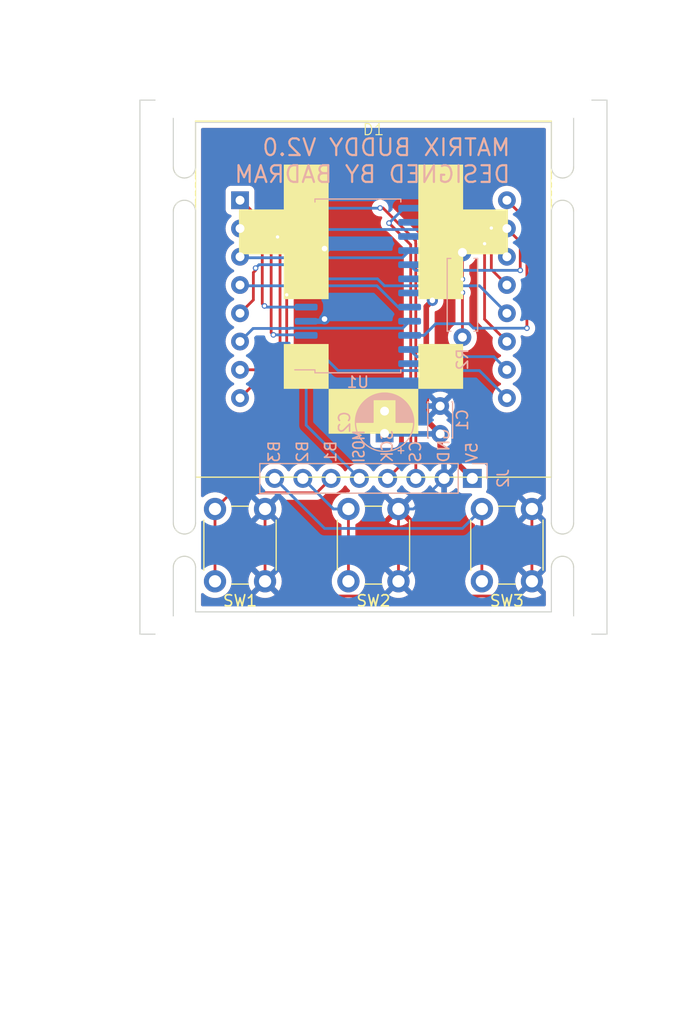
<source format=kicad_pcb>
(kicad_pcb (version 20221018) (generator pcbnew)
  (layers (0 "F.Cu" signal) (31 "B.Cu" signal) (34 "B.Paste" user) (35 "F.Paste" user) (36 "B.SilkS" user "B.Silkscreen") (37 "F.SilkS" user "F.Silkscreen") (38 "B.Mask" user) (39 "F.Mask" user) (44 "Edge.Cuts" user))
  (net 0 "")
  (net 1 "+5V")
  (net 2 "Earth")
  (net 3 "ROW5")
  (net 4 "ROW7")
  (net 5 "COL2")
  (net 6 "COL3")
  (net 7 "ROW8")
  (net 8 "COL5")
  (net 9 "ROW6")
  (net 10 "ROW3")
  (net 11 "ROW1")
  (net 12 "COL4")
  (net 13 "COL6")
  (net 14 "ROW4")
  (net 15 "COL1")
  (net 16 "ROW2")
  (net 17 "COL7")
  (net 18 "COL8")
  (net 19 "Net-(J2-Pin_3)")
  (net 20 "Net-(J2-Pin_4)")
  (net 21 "Net-(J2-Pin_5)")
  (net 22 "Net-(J2-Pin_6)")
  (net 23 "Net-(J2-Pin_7)")
  (net 24 "Net-(J2-Pin_8)")
  (net 25 "Net-(U1-ISET)")
  (footprint "MountingHole:MountingHole_3.2mm_M3" (layer "F.Cu") (at 96 111)
    (fp_text reference "REF**" hide)
    (fp_text value "MountingHole_3.2mm_M3" hide)
    (pad "" np_thru_hole circle (at 0 0) (size 3.2 3.2) (drill 3.2) (layers "F&B.Cu" "*.Mask"))
  )
  (footprint "My_Footprints:mouse-bite-2mm-slot" (layer "F.Cu") (at 97 71 90)
    (fp_text reference "mouse-bite-2mm-slot" hide)
    (fp_text value "VAL**" hide)
    (fp_arc (start -2 -1) (mid -1 0) (end -2 1) (stroke (width 0.1)) (layer "F.SilkS"))
    (fp_arc (start 2 1) (mid 1 0) (end 2 -1) (stroke (width 0.1)) (layer "F.SilkS"))
    (pad "" np_thru_hole circle (at -0.75 -0.75 90) (size 0.5 0.5) (drill 0.5) (layers "*.Cu" "*.Mask"))
    (pad "" np_thru_hole circle (at -0.75 0.75 90) (size 0.5 0.5) (drill 0.5) (layers "*.Cu" "*.Mask"))
    (pad "" np_thru_hole circle (at 0 -0.75 90) (size 0.5 0.5) (drill 0.5) (layers "*.Cu" "*.Mask"))
    (pad "" np_thru_hole circle (at 0 0.75 90) (size 0.5 0.5) (drill 0.5) (layers "*.Cu" "*.Mask"))
    (pad "" np_thru_hole circle (at 0.75 -0.75 90) (size 0.5 0.5) (drill 0.5) (layers "*.Cu" "*.Mask"))
    (pad "" np_thru_hole circle (at 0.75 0.75 90) (size 0.5 0.5) (drill 0.5) (layers "*.Cu" "*.Mask"))
  )
  (footprint "MountingHole:MountingHole_3.2mm_M3" (layer "F.Cu") (at 132 63)
    (fp_text reference "REF**" hide)
    (fp_text value "MountingHole_3.2mm_M3")
    (pad "" np_thru_hole circle (at 0 0) (size 3.2 3.2) (drill 3.2) (layers "*.Cu" "*.Mask"))
  )
  (footprint "LOGO" (layer "F.Cu") (at 114 80.89)
    (fp_text reference "G***" hide)
    (fp_text value "LOGO" hide)
    (fp_poly (pts (xy -4.031746 -6.047619) (xy -4.031746 0) (xy -6.047619 0) (xy -8.063492 0) (xy -8.063492 -2.015873) (xy -8.063492 -4.031746) (xy -10.079365 -4.031746) (xy -12.095238 -4.031746) (xy -12.095238 -6.047619) (xy -12.095238 -8.063492) (xy -10.079365 -8.063492) (xy -8.063492 -8.063492) (xy -8.063492 -10.079365) (xy -8.063492 -12.095238) (xy -6.047619 -12.095238) (xy -4.031746 -12.095238)) (fill solid) (layer "F.SilkS"))
    (fp_poly (pts (xy 8.063492 -10.079365) (xy 8.063492 -8.063492) (xy 10.079365 -8.063492) (xy 12.095238 -8.063492) (xy 12.095238 -6.047619) (xy 12.095238 -4.031746) (xy 10.079365 -4.031746) (xy 8.063492 -4.031746) (xy 8.063492 -2.015873) (xy 8.063492 0) (xy 6.047619 0) (xy 4.031746 0) (xy 4.031746 -6.047619) (xy 4.031746 -12.095238) (xy 6.047619 -12.095238) (xy 8.063492 -12.095238)) (fill solid) (layer "F.SilkS"))
    (fp_poly (pts (xy -4.031746 6.047619) (xy -4.031746 8.063492) (xy 0 8.063492) (xy 4.031746 8.063492) (xy 4.031746 6.047619) (xy 4.031746 4.031746) (xy 6.047619 4.031746) (xy 8.063492 4.031746) (xy 8.063492 6.047619) (xy 8.063492 8.063492) (xy 6.047619 8.063492) (xy 4.031746 8.063492) (xy 4.031746 10.079365) (xy 4.031746 12.095238) (xy 0 12.095238) (xy -4.031746 12.095238) (xy -4.031746 10.079365) (xy -4.031746 8.063492) (xy -6.047619 8.063492) (xy -8.063492 8.063492) (xy -8.063492 6.047619) (xy -8.063492 4.031746) (xy -6.047619 4.031746) (xy -4.031746 4.031746)) (fill solid) (layer "F.SilkS"))
  )
  (footprint "Button_Switch_THT:SW_PUSH_6mm" (layer "F.Cu") (at 111.75 106.25 90)
    (fp_text reference "SW2" (at -1.75 2.25 180) (layer "F.SilkS"))
    (fp_text value "SW_Push")
    (fp_line (start -0.25 1.5) (end -0.25 3) (stroke (width 0.12)) (layer "F.SilkS"))
    (fp_line (start 1 5.5) (end 5.5 5.5) (stroke (width 0.12)) (layer "F.SilkS"))
    (fp_line (start 5.5 -1) (end 1 -1) (stroke (width 0.12)) (layer "F.SilkS"))
    (fp_line (start 6.75 3) (end 6.75 1.5) (stroke (width 0.12)) (layer "F.SilkS"))
    (pad "1" thru_hole circle (at 0 0 180) (size 2 2) (drill 1.1) (layers "*.Cu" "*.Mask") (net 23 "Net-(J2-Pin_7)"))
    (pad "1" thru_hole circle (at 6.5 0 180) (size 2 2) (drill 1.1) (layers "*.Cu" "*.Mask") (net 23 "Net-(J2-Pin_7)"))
    (pad "2" thru_hole circle (at 0 4.5 180) (size 2 2) (drill 1.1) (layers "*.Cu" "*.Mask") (net 2 "Earth"))
    (pad "2" thru_hole circle (at 6.5 4.5 180) (size 2 2) (drill 1.1) (layers "*.Cu" "*.Mask") (net 2 "Earth"))
  )
  (footprint "My_Footprints:mouse-bite-2mm-slot" (layer "F.Cu") (at 131 103 90)
    (fp_text reference "mouse-bite-2mm-slot" hide)
    (fp_text value "VAL**" hide)
    (fp_arc (start -2 -1) (mid -1 0) (end -2 1) (stroke (width 0.1)) (layer "F.SilkS"))
    (fp_arc (start 2 1) (mid 1 0) (end 2 -1) (stroke (width 0.1)) (layer "F.SilkS"))
    (pad "" np_thru_hole circle (at -0.75 -0.75 90) (size 0.5 0.5) (drill 0.5) (layers "F&B.Cu" "*.Mask"))
    (pad "" np_thru_hole circle (at -0.75 0.75 90) (size 0.5 0.5) (drill 0.5) (layers "F&B.Cu" "*.Mask"))
    (pad "" np_thru_hole circle (at 0 -0.75 90) (size 0.5 0.5) (drill 0.5) (layers "F&B.Cu" "*.Mask"))
    (pad "" np_thru_hole circle (at 0 0.75 90) (size 0.5 0.5) (drill 0.5) (layers "F&B.Cu" "*.Mask"))
    (pad "" np_thru_hole circle (at 0.75 -0.75 90) (size 0.5 0.5) (drill 0.5) (layers "F&B.Cu" "*.Mask"))
    (pad "" np_thru_hole circle (at 0.75 0.75 90) (size 0.5 0.5) (drill 0.5) (layers "F&B.Cu" "*.Mask"))
  )
  (footprint "My_Footprints:mouse-bite-2mm-slot" (layer "F.Cu") (at 97 103 90)
    (fp_text reference "mouse-bite-2mm-slot" hide)
    (fp_text value "VAL**" hide)
    (fp_arc (start -2 -1) (mid -1 0) (end -2 1) (stroke (width 0.1)) (layer "F.SilkS"))
    (fp_arc (start 2 1) (mid 1 0) (end 2 -1) (stroke (width 0.1)) (layer "F.SilkS"))
    (pad "" np_thru_hole circle (at -0.75 -0.75 90) (size 0.5 0.5) (drill 0.5) (layers "F&B.Cu" "*.Mask"))
    (pad "" np_thru_hole circle (at -0.75 0.75 90) (size 0.5 0.5) (drill 0.5) (layers "F&B.Cu" "*.Mask"))
    (pad "" np_thru_hole circle (at 0 -0.75 90) (size 0.5 0.5) (drill 0.5) (layers "F&B.Cu" "*.Mask"))
    (pad "" np_thru_hole circle (at 0 0.75 90) (size 0.5 0.5) (drill 0.5) (layers "F&B.Cu" "*.Mask"))
    (pad "" np_thru_hole circle (at 0.75 -0.75 90) (size 0.5 0.5) (drill 0.5) (layers "F&B.Cu" "*.Mask"))
    (pad "" np_thru_hole circle (at 0.75 0.75 90) (size 0.5 0.5) (drill 0.5) (layers "F&B.Cu" "*.Mask"))
  )
  (footprint "Button_Switch_THT:SW_PUSH_6mm" (layer "F.Cu") (at 99.75 106.25 90)
    (fp_text reference "SW1" (at -1.75 2.25 180) (layer "F.SilkS"))
    (fp_text value "SW_Push")
    (fp_line (start -0.25 1.5) (end -0.25 3) (stroke (width 0.12)) (layer "F.SilkS"))
    (fp_line (start 1 5.5) (end 5.5 5.5) (stroke (width 0.12)) (layer "F.SilkS"))
    (fp_line (start 5.5 -1) (end 1 -1) (stroke (width 0.12)) (layer "F.SilkS"))
    (fp_line (start 6.75 3) (end 6.75 1.5) (stroke (width 0.12)) (layer "F.SilkS"))
    (pad "1" thru_hole circle (at 0 0 180) (size 2 2) (drill 1.1) (layers "*.Cu" "*.Mask") (net 22 "Net-(J2-Pin_6)"))
    (pad "1" thru_hole circle (at 6.5 0 180) (size 2 2) (drill 1.1) (layers "*.Cu" "*.Mask") (net 22 "Net-(J2-Pin_6)"))
    (pad "2" thru_hole circle (at 0 4.5 180) (size 2 2) (drill 1.1) (layers "*.Cu" "*.Mask") (net 2 "Earth"))
    (pad "2" thru_hole circle (at 6.5 4.5 180) (size 2 2) (drill 1.1) (layers "*.Cu" "*.Mask") (net 2 "Earth"))
  )
  (footprint "Button_Switch_THT:SW_PUSH_6mm" (layer "F.Cu") (at 123.75 106.25 90)
    (fp_text reference "SW3" (at -1.75 2.25 180) (layer "F.SilkS"))
    (fp_text value "SW_Push")
    (fp_line (start -0.25 1.5) (end -0.25 3) (stroke (width 0.12)) (layer "F.SilkS"))
    (fp_line (start 1 5.5) (end 5.5 5.5) (stroke (width 0.12)) (layer "F.SilkS"))
    (fp_line (start 5.5 -1) (end 1 -1) (stroke (width 0.12)) (layer "F.SilkS"))
    (fp_line (start 6.75 3) (end 6.75 1.5) (stroke (width 0.12)) (layer "F.SilkS"))
    (pad "1" thru_hole circle (at 0 0 180) (size 2 2) (drill 1.1) (layers "*.Cu" "*.Mask") (net 24 "Net-(J2-Pin_8)"))
    (pad "1" thru_hole circle (at 6.5 0 180) (size 2 2) (drill 1.1) (layers "*.Cu" "*.Mask") (net 24 "Net-(J2-Pin_8)"))
    (pad "2" thru_hole circle (at 0 4.5 180) (size 2 2) (drill 1.1) (layers "*.Cu" "*.Mask") (net 2 "Earth"))
    (pad "2" thru_hole circle (at 6.5 4.5 180) (size 2 2) (drill 1.1) (layers "*.Cu" "*.Mask") (net 2 "Earth"))
  )
  (footprint "My_Footprints:mouse-bite-2mm-slot" (layer "F.Cu") (at 131 71 90)
    (fp_text reference "mouse-bite-2mm-slot" hide)
    (fp_text value "VAL**" hide)
    (fp_arc (start -2 -1) (mid -1 0) (end -2 1) (stroke (width 0.1)) (layer "F.SilkS"))
    (fp_arc (start 2 1) (mid 1 0) (end 2 -1) (stroke (width 0.1)) (layer "F.SilkS"))
    (pad "" np_thru_hole circle (at -0.75 -0.75 90) (size 0.5 0.5) (drill 0.5) (layers "*.Cu" "*.Mask"))
    (pad "" np_thru_hole circle (at -0.75 0.75 90) (size 0.5 0.5) (drill 0.5) (layers "*.Cu" "*.Mask"))
    (pad "" np_thru_hole circle (at 0 -0.75 90) (size 0.5 0.5) (drill 0.5) (layers "*.Cu" "*.Mask"))
    (pad "" np_thru_hole circle (at 0 0.75 90) (size 0.5 0.5) (drill 0.5) (layers "*.Cu" "*.Mask"))
    (pad "" np_thru_hole circle (at 0.75 -0.75 90) (size 0.5 0.5) (drill 0.5) (layers "*.Cu" "*.Mask"))
    (pad "" np_thru_hole circle (at 0.75 0.75 90) (size 0.5 0.5) (drill 0.5) (layers "*.Cu" "*.Mask"))
  )
  (footprint "PCM_kikit:Tab" (layer "F.Cu") (at 124 64.5 -90)
    (fp_text reference "REF**" hide)
    (fp_text value "Tab")
  )
  (footprint "PCM_kikit:Tab" (layer "F.Cu") (at 104 64.5 -90)
    (fp_text reference "REF**" hide)
    (fp_text value "Tab")
  )
  (footprint "My_Footprints:8x8 LED Matrix" (layer "F.Cu") (at 114 80.89)
    (fp_text reference "D1" (at 0 -15.24 unlocked) (layer "F.SilkS") (effects (font (thickness 0.1))))
    (fp_text value "~")
    (fp_line (start -16 -16) (end -16 16) (stroke (width 0.12)) (layer "F.SilkS"))
    (fp_line (start -16 16) (end 16 16) (stroke (width 0.12)) (layer "F.SilkS"))
    (fp_line (start 16 -16) (end -16 -16) (stroke (width 0.12)) (layer "F.SilkS"))
    (fp_line (start 16 16) (end 16 -16) (stroke (width 0.12)) (layer "F.SilkS"))
    (pad "1" thru_hole rect (at -12 -8.89) (size 1.6 1.6) (drill 0.8) (layers "*.Cu" "*.Mask") (net 3 "ROW5"))
    (pad "2" thru_hole oval (at -12 -6.35) (size 1.6 1.6) (drill 0.8) (layers "*.Cu" "*.Mask") (net 4 "ROW7"))
    (pad "3" thru_hole oval (at -12 -3.81) (size 1.6 1.6) (drill 0.8) (layers "*.Cu" "*.Mask") (net 5 "COL2"))
    (pad "4" thru_hole oval (at -12 -1.27) (size 1.6 1.6) (drill 0.8) (layers "*.Cu" "*.Mask") (net 6 "COL3"))
    (pad "5" thru_hole oval (at -12 1.27) (size 1.6 1.6) (drill 0.8) (layers "*.Cu" "*.Mask") (net 7 "ROW8"))
    (pad "6" thru_hole oval (at -12 3.81) (size 1.6 1.6) (drill 0.8) (layers "*.Cu" "*.Mask") (net 8 "COL5"))
    (pad "7" thru_hole oval (at -12 6.35) (size 1.6 1.6) (drill 0.8) (layers "*.Cu" "*.Mask") (net 9 "ROW6"))
    (pad "8" thru_hole oval (at -12 8.89) (size 1.6 1.6) (drill 0.8) (layers "*.Cu" "*.Mask") (net 10 "ROW3"))
    (pad "9" thru_hole oval (at 12 8.89) (size 1.6 1.6) (drill 0.8) (layers "*.Cu" "*.Mask") (net 11 "ROW1"))
    (pad "10" thru_hole oval (at 12 6.35) (size 1.6 1.6) (drill 0.8) (layers "*.Cu" "*.Mask") (net 12 "COL4"))
    (pad "11" thru_hole oval (at 12 3.81) (size 1.6 1.6) (drill 0.8) (layers "*.Cu" "*.Mask") (net 13 "COL6"))
    (pad "12" thru_hole oval (at 12 1.27) (size 1.6 1.6) (drill 0.8) (layers "*.Cu" "*.Mask") (net 14 "ROW4"))
    (pad "13" thru_hole oval (at 12 -1.27) (size 1.6 1.6) (drill 0.8) (layers "*.Cu" "*.Mask") (net 15 "COL1"))
    (pad "14" thru_hole oval (at 12 -3.81) (size 1.6 1.6) (drill 0.8) (layers "*.Cu" "*.Mask") (net 16 "ROW2"))
    (pad "15" thru_hole oval (at 12 -6.35) (size 1.6 1.6) (drill 0.8) (layers "*.Cu" "*.Mask") (net 17 "COL7"))
    (pad "16" thru_hole oval (at 12 -8.89) (size 1.6 1.6) (drill 0.8) (layers "*.Cu" "*.Mask") (net 18 "COL8"))
  )
  (footprint "MountingHole:MountingHole_3.2mm_M3" (layer "F.Cu") (at 132 111)
    (fp_text reference "REF**" hide)
    (fp_text value "MountingHole_3.2mm_M3" hide)
    (pad "" np_thru_hole circle (at 0 0) (size 3.2 3.2) (drill 3.2) (layers "F&B.Cu" "*.Mask"))
  )
  (footprint "MountingHole:MountingHole_3.2mm_M3" (layer "F.Cu") (at 96 63)
    (fp_text reference "REF**" hide)
    (fp_text value "MountingHole_3.2mm_M3")
    (pad "" np_thru_hole circle (at 0 0) (size 3.2 3.2) (drill 3.2) (layers "F&B.Cu" "*.Mask"))
  )
  (footprint "Resistor_THT:R_Axial_DIN0207_L6.3mm_D2.5mm_P7.62mm_Horizontal" (layer "B.Cu") (at 122 84.31 90)
    (fp_text reference "R2" (at -1.99 0 90) (layer "B.SilkS") (effects (justify mirror)))
    (fp_text value "47K")
    (fp_line (start 0.54 -1.37) (end 7.08 -1.37) (stroke (width 0.12)) (layer "B.SilkS"))
    (fp_line (start 0.54 -1.04) (end 0.54 -1.37) (stroke (width 0.12)) (layer "B.SilkS"))
    (fp_line (start 0.54 1.04) (end 0.54 1.37) (stroke (width 0.12)) (layer "B.SilkS"))
    (fp_line (start 0.54 1.37) (end 7.08 1.37) (stroke (width 0.12)) (layer "B.SilkS"))
    (fp_line (start 7.08 -1.37) (end 7.08 -1.04) (stroke (width 0.12)) (layer "B.SilkS"))
    (fp_line (start 7.08 1.37) (end 7.08 1.04) (stroke (width 0.12)) (layer "B.SilkS"))
    (pad "1" thru_hole circle (at 0 0 90) (size 1.6 1.6) (drill 0.8) (layers "*.Cu" "*.Mask") (net 1 "+5V"))
    (pad "2" thru_hole oval (at 7.62 0 90) (size 1.6 1.6) (drill 0.8) (layers "*.Cu" "*.Mask") (net 25 "Net-(U1-ISET)"))
  )
  (footprint "Capacitor_THT:C_Disc_D3.0mm_W2.0mm_P2.50mm" (layer "B.Cu") (at 120 93 90)
    (fp_text reference "C1" (at 1.25 2 90) (layer "B.SilkS") (effects (justify mirror)))
    (fp_text value "0.1uF")
    (fp_line (start -0.37 -1.12) (end 2.87 -1.12) (stroke (width 0.12)) (layer "B.SilkS"))
    (fp_line (start -0.37 -1.055) (end -0.37 -1.12) (stroke (width 0.12)) (layer "B.SilkS"))
    (fp_line (start -0.37 1.12) (end -0.37 1.055) (stroke (width 0.12)) (layer "B.SilkS"))
    (fp_line (start -0.37 1.12) (end 2.87 1.12) (stroke (width 0.12)) (layer "B.SilkS"))
    (fp_line (start 2.87 -1.055) (end 2.87 -1.12) (stroke (width 0.12)) (layer "B.SilkS"))
    (fp_line (start 2.87 1.12) (end 2.87 1.055) (stroke (width 0.12)) (layer "B.SilkS"))
    (pad "1" thru_hole circle (at 0 0 90) (size 1.6 1.6) (drill 0.8) (layers "*.Cu" "*.Mask") (net 1 "+5V"))
    (pad "2" thru_hole circle (at 2.5 0 90) (size 1.6 1.6) (drill 0.8) (layers "*.Cu" "*.Mask") (net 2 "Earth"))
  )
  (footprint "Package_SO:SOIC-24W_7.5x15.4mm_P1.27mm" (layer "B.Cu") (at 112.6 79.7)
    (fp_text reference "U1" (at 0 8.65) (layer "B.SilkS") (effects (justify mirror)))
    (fp_text value "MAX7221xWG")
    (fp_line (start -3.86 -7.81) (end -3.86 -7.545) (stroke (width 0.12)) (layer "B.SilkS"))
    (fp_line (start -3.86 7.545) (end -5.675 7.545) (stroke (width 0.12)) (layer "B.SilkS"))
    (fp_line (start -3.86 7.81) (end -3.86 7.545) (stroke (width 0.12)) (layer "B.SilkS"))
    (fp_line (start 0 -7.81) (end -3.86 -7.81) (stroke (width 0.12)) (layer "B.SilkS"))
    (fp_line (start 0 -7.81) (end 3.86 -7.81) (stroke (width 0.12)) (layer "B.SilkS"))
    (fp_line (start 0 7.81) (end -3.86 7.81) (stroke (width 0.12)) (layer "B.SilkS"))
    (fp_line (start 0 7.81) (end 3.86 7.81) (stroke (width 0.12)) (layer "B.SilkS"))
    (fp_line (start 3.86 -7.81) (end 3.86 -7.545) (stroke (width 0.12)) (layer "B.SilkS"))
    (fp_line (start 3.86 7.81) (end 3.86 7.545) (stroke (width 0.12)) (layer "B.SilkS"))
    (pad "1" smd roundrect (at -4.65 6.985) (size 2.05 0.6) (layers "B.Cu" "B.Paste" "B.Mask") (net 21 "Net-(J2-Pin_5)"))
    (pad "2" smd roundrect (at -4.65 5.715) (size 2.05 0.6) (layers "B.Cu" "B.Paste" "B.Mask") (net 11 "ROW1"))
    (pad "3" smd roundrect (at -4.65 4.445) (size 2.05 0.6) (layers "B.Cu" "B.Paste" "B.Mask") (net 3 "ROW5"))
    (pad "4" smd roundrect (at -4.65 3.175) (size 2.05 0.6) (layers "B.Cu" "B.Paste" "B.Mask") (net 2 "Earth"))
    (pad "5" smd roundrect (at -4.65 1.905) (size 2.05 0.6) (layers "B.Cu" "B.Paste" "B.Mask") (net 4 "ROW7"))
    (pad "6" smd roundrect (at -4.65 0.635) (size 2.05 0.6) (layers "B.Cu" "B.Paste" "B.Mask") (net 10 "ROW3"))
    (pad "7" smd roundrect (at -4.65 -0.635) (size 2.05 0.6) (layers "B.Cu" "B.Paste" "B.Mask") (net 14 "ROW4"))
    (pad "8" smd roundrect (at -4.65 -1.905) (size 2.05 0.6) (layers "B.Cu" "B.Paste" "B.Mask") (net 7 "ROW8"))
    (pad "9" smd roundrect (at -4.65 -3.175) (size 2.05 0.6) (layers "B.Cu" "B.Paste" "B.Mask") (net 2 "Earth"))
    (pad "10" smd roundrect (at -4.65 -4.445) (size 2.05 0.6) (layers "B.Cu" "B.Paste" "B.Mask") (net 9 "ROW6"))
    (pad "11" smd roundrect (at -4.65 -5.715) (size 2.05 0.6) (layers "B.Cu" "B.Paste" "B.Mask") (net 16 "ROW2"))
    (pad "12" smd roundrect (at -4.65 -6.985) (size 2.05 0.6) (layers "B.Cu" "B.Paste" "B.Mask") (net 19 "Net-(J2-Pin_3)"))
    (pad "13" smd roundrect (at 4.65 -6.985) (size 2.05 0.6) (layers "B.Cu" "B.Paste" "B.Mask") (net 20 "Net-(J2-Pin_4)"))
    (pad "14" smd roundrect (at 4.65 -5.715) (size 2.05 0.6) (layers "B.Cu" "B.Paste" "B.Mask") (net 15 "COL1"))
    (pad "15" smd roundrect (at 4.65 -4.445) (size 2.05 0.6) (layers "B.Cu" "B.Paste" "B.Mask") (net 13 "COL6"))
    (pad "16" smd roundrect (at 4.65 -3.175) (size 2.05 0.6) (layers "B.Cu" "B.Paste" "B.Mask") (net 5 "COL2"))
    (pad "17" smd roundrect (at 4.65 -1.905) (size 2.05 0.6) (layers "B.Cu" "B.Paste" "B.Mask") (net 17 "COL7"))
    (pad "18" smd roundrect (at 4.65 -0.635) (size 2.05 0.6) (layers "B.Cu" "B.Paste" "B.Mask") (net 25 "Net-(U1-ISET)"))
    (pad "19" smd roundrect (at 4.65 0.635) (size 2.05 0.6) (layers "B.Cu" "B.Paste" "B.Mask") (net 1 "+5V"))
    (pad "20" smd roundrect (at 4.65 1.905) (size 2.05 0.6) (layers "B.Cu" "B.Paste" "B.Mask") (net 6 "COL3"))
    (pad "21" smd roundrect (at 4.65 3.175) (size 2.05 0.6) (layers "B.Cu" "B.Paste" "B.Mask") (net 8 "COL5"))
    (pad "22" smd roundrect (at 4.65 4.445) (size 2.05 0.6) (layers "B.Cu" "B.Paste" "B.Mask") (net 18 "COL8"))
    (pad "23" smd roundrect (at 4.65 5.715) (size 2.05 0.6) (layers "B.Cu" "B.Paste" "B.Mask") (net 12 "COL4"))
    (pad "24" smd roundrect (at 4.65 6.985) (size 2.05 0.6) (layers "B.Cu" "B.Paste" "B.Mask"))
  )
  (footprint "Capacitor_THT:CP_Radial_D5.0mm_P2.00mm" (layer "B.Cu") (at 115 92.955112 90)
    (fp_text reference "C2" (at 1 -3.6 90) (layer "B.SilkS") (effects (justify mirror)))
    (fp_text value "10uF")
    (fp_line (start -1.804775 1.475) (end -1.304775 1.475) (stroke (width 0.12)) (layer "B.SilkS"))
    (fp_line (start -1.554775 1.725) (end -1.554775 1.225) (stroke (width 0.12)) (layer "B.SilkS"))
    (fp_line (start 1 -1.04) (end 1 -2.58) (stroke (width 0.12)) (layer "B.SilkS"))
    (fp_line (start 1 2.58) (end 1 1.04) (stroke (width 0.12)) (layer "B.SilkS"))
    (fp_line (start 1.04 -1.04) (end 1.04 -2.58) (stroke (width 0.12)) (layer "B.SilkS"))
    (fp_line (start 1.04 2.58) (end 1.04 1.04) (stroke (width 0.12)) (layer "B.SilkS"))
    (fp_line (start 1.08 -1.04) (end 1.08 -2.579) (stroke (width 0.12)) (layer "B.SilkS"))
    (fp_line (start 1.08 2.579) (end 1.08 1.04) (stroke (width 0.12)) (layer "B.SilkS"))
    (fp_line (start 1.12 -1.04) (end 1.12 -2.578) (stroke (width 0.12)) (layer "B.SilkS"))
    (fp_line (start 1.12 2.578) (end 1.12 1.04) (stroke (width 0.12)) (layer "B.SilkS"))
    (fp_line (start 1.16 -1.04) (end 1.16 -2.576) (stroke (width 0.12)) (layer "B.SilkS"))
    (fp_line (start 1.16 2.576) (end 1.16 1.04) (stroke (width 0.12)) (layer "B.SilkS"))
    (fp_line (start 1.2 -1.04) (end 1.2 -2.573) (stroke (width 0.12)) (layer "B.SilkS"))
    (fp_line (start 1.2 2.573) (end 1.2 1.04) (stroke (width 0.12)) (layer "B.SilkS"))
    (fp_line (start 1.24 -1.04) (end 1.24 -2.569) (stroke (width 0.12)) (layer "B.SilkS"))
    (fp_line (start 1.24 2.569) (end 1.24 1.04) (stroke (width 0.12)) (layer "B.SilkS"))
    (fp_line (start 1.28 -1.04) (end 1.28 -2.565) (stroke (width 0.12)) (layer "B.SilkS"))
    (fp_line (start 1.28 2.565) (end 1.28 1.04) (stroke (width 0.12)) (layer "B.SilkS"))
    (fp_line (start 1.32 -1.04) (end 1.32 -2.561) (stroke (width 0.12)) (layer "B.SilkS"))
    (fp_line (start 1.32 2.561) (end 1.32 1.04) (stroke (width 0.12)) (layer "B.SilkS"))
    (fp_line (start 1.36 -1.04) (end 1.36 -2.556) (stroke (width 0.12)) (layer "B.SilkS"))
    (fp_line (start 1.36 2.556) (end 1.36 1.04) (stroke (width 0.12)) (layer "B.SilkS"))
    (fp_line (start 1.4 -1.04) (end 1.4 -2.55) (stroke (width 0.12)) (layer "B.SilkS"))
    (fp_line (start 1.4 2.55) (end 1.4 1.04) (stroke (width 0.12)) (layer "B.SilkS"))
    (fp_line (start 1.44 -1.04) (end 1.44 -2.543) (stroke (width 0.12)) (layer "B.SilkS"))
    (fp_line (start 1.44 2.543) (end 1.44 1.04) (stroke (width 0.12)) (layer "B.SilkS"))
    (fp_line (start 1.48 -1.04) (end 1.48 -2.536) (stroke (width 0.12)) (layer "B.SilkS"))
    (fp_line (start 1.48 2.536) (end 1.48 1.04) (stroke (width 0.12)) (layer "B.SilkS"))
    (fp_line (start 1.52 -1.04) (end 1.52 -2.528) (stroke (width 0.12)) (layer "B.SilkS"))
    (fp_line (start 1.52 2.528) (end 1.52 1.04) (stroke (width 0.12)) (layer "B.SilkS"))
    (fp_line (start 1.56 -1.04) (end 1.56 -2.52) (stroke (width 0.12)) (layer "B.SilkS"))
    (fp_line (start 1.56 2.52) (end 1.56 1.04) (stroke (width 0.12)) (layer "B.SilkS"))
    (fp_line (start 1.6 -1.04) (end 1.6 -2.511) (stroke (width 0.12)) (layer "B.SilkS"))
    (fp_line (start 1.6 2.511) (end 1.6 1.04) (stroke (width 0.12)) (layer "B.SilkS"))
    (fp_line (start 1.64 -1.04) (end 1.64 -2.501) (stroke (width 0.12)) (layer "B.SilkS"))
    (fp_line (start 1.64 2.501) (end 1.64 1.04) (stroke (width 0.12)) (layer "B.SilkS"))
    (fp_line (start 1.68 -1.04) (end 1.68 -2.491) (stroke (width 0.12)) (layer "B.SilkS"))
    (fp_line (start 1.68 2.491) (end 1.68 1.04) (stroke (width 0.12)) (layer "B.SilkS"))
    (fp_line (start 1.721 -1.04) (end 1.721 -2.48) (stroke (width 0.12)) (layer "B.SilkS"))
    (fp_line (start 1.721 2.48) (end 1.721 1.04) (stroke (width 0.12)) (layer "B.SilkS"))
    (fp_line (start 1.761 -1.04) (end 1.761 -2.468) (stroke (width 0.12)) (layer "B.SilkS"))
    (fp_line (start 1.761 2.468) (end 1.761 1.04) (stroke (width 0.12)) (layer "B.SilkS"))
    (fp_line (start 1.801 -1.04) (end 1.801 -2.455) (stroke (width 0.12)) (layer "B.SilkS"))
    (fp_line (start 1.801 2.455) (end 1.801 1.04) (stroke (width 0.12)) (layer "B.SilkS"))
    (fp_line (start 1.841 -1.04) (end 1.841 -2.442) (stroke (width 0.12)) (layer "B.SilkS"))
    (fp_line (start 1.841 2.442) (end 1.841 1.04) (stroke (width 0.12)) (layer "B.SilkS"))
    (fp_line (start 1.881 -1.04) (end 1.881 -2.428) (stroke (width 0.12)) (layer "B.SilkS"))
    (fp_line (start 1.881 2.428) (end 1.881 1.04) (stroke (width 0.12)) (layer "B.SilkS"))
    (fp_line (start 1.921 -1.04) (end 1.921 -2.414) (stroke (width 0.12)) (layer "B.SilkS"))
    (fp_line (start 1.921 2.414) (end 1.921 1.04) (stroke (width 0.12)) (layer "B.SilkS"))
    (fp_line (start 1.961 -1.04) (end 1.961 -2.398) (stroke (width 0.12)) (layer "B.SilkS"))
    (fp_line (start 1.961 2.398) (end 1.961 1.04) (stroke (width 0.12)) (layer "B.SilkS"))
    (fp_line (start 2.001 -1.04) (end 2.001 -2.382) (stroke (width 0.12)) (layer "B.SilkS"))
    (fp_line (start 2.001 2.382) (end 2.001 1.04) (stroke (width 0.12)) (layer "B.SilkS"))
    (fp_line (start 2.041 -1.04) (end 2.041 -2.365) (stroke (width 0.12)) (layer "B.SilkS"))
    (fp_line (start 2.041 2.365) (end 2.041 1.04) (stroke (width 0.12)) (layer "B.SilkS"))
    (fp_line (start 2.081 -1.04) (end 2.081 -2.348) (stroke (width 0.12)) (layer "B.SilkS"))
    (fp_line (start 2.081 2.348) (end 2.081 1.04) (stroke (width 0.12)) (layer "B.SilkS"))
    (fp_line (start 2.121 -1.04) (end 2.121 -2.329) (stroke (width 0.12)) (layer "B.SilkS"))
    (fp_line (start 2.121 2.329) (end 2.121 1.04) (stroke (width 0.12)) (layer "B.SilkS"))
    (fp_line (start 2.161 -1.04) (end 2.161 -2.31) (stroke (width 0.12)) (layer "B.SilkS"))
    (fp_line (start 2.161 2.31) (end 2.161 1.04) (stroke (width 0.12)) (layer "B.SilkS"))
    (fp_line (start 2.201 -1.04) (end 2.201 -2.29) (stroke (width 0.12)) (layer "B.SilkS"))
    (fp_line (start 2.201 2.29) (end 2.201 1.04) (stroke (width 0.12)) (layer "B.SilkS"))
    (fp_line (start 2.241 -1.04) (end 2.241 -2.268) (stroke (width 0.12)) (layer "B.SilkS"))
    (fp_line (start 2.241 2.268) (end 2.241 1.04) (stroke (width 0.12)) (layer "B.SilkS"))
    (fp_line (start 2.281 -1.04) (end 2.281 -2.247) (stroke (width 0.12)) (layer "B.SilkS"))
    (fp_line (start 2.281 2.247) (end 2.281 1.04) (stroke (width 0.12)) (layer "B.SilkS"))
    (fp_line (start 2.321 -1.04) (end 2.321 -2.224) (stroke (width 0.12)) (layer "B.SilkS"))
    (fp_line (start 2.321 2.224) (end 2.321 1.04) (stroke (width 0.12)) (layer "B.SilkS"))
    (fp_line (start 2.361 -1.04) (end 2.361 -2.2) (stroke (width 0.12)) (layer "B.SilkS"))
    (fp_line (start 2.361 2.2) (end 2.361 1.04) (stroke (width 0.12)) (layer "B.SilkS"))
    (fp_line (start 2.401 -1.04) (end 2.401 -2.175) (stroke (width 0.12)) (layer "B.SilkS"))
    (fp_line (start 2.401 2.175) (end 2.401 1.04) (stroke (width 0.12)) (layer "B.SilkS"))
    (fp_line (start 2.441 -1.04) (end 2.441 -2.149) (stroke (width 0.12)) (layer "B.SilkS"))
    (fp_line (start 2.441 2.149) (end 2.441 1.04) (stroke (width 0.12)) (layer "B.SilkS"))
    (fp_line (start 2.481 -1.04) (end 2.481 -2.122) (stroke (width 0.12)) (layer "B.SilkS"))
    (fp_line (start 2.481 2.122) (end 2.481 1.04) (stroke (width 0.12)) (layer "B.SilkS"))
    (fp_line (start 2.521 -1.04) (end 2.521 -2.095) (stroke (width 0.12)) (layer "B.SilkS"))
    (fp_line (start 2.521 2.095) (end 2.521 1.04) (stroke (width 0.12)) (layer "B.SilkS"))
    (fp_line (start 2.561 -1.04) (end 2.561 -2.065) (stroke (width 0.12)) (layer "B.SilkS"))
    (fp_line (start 2.561 2.065) (end 2.561 1.04) (stroke (width 0.12)) (layer "B.SilkS"))
    (fp_line (start 2.601 -1.04) (end 2.601 -2.035) (stroke (width 0.12)) (layer "B.SilkS"))
    (fp_line (start 2.601 2.035) (end 2.601 1.04) (stroke (width 0.12)) (layer "B.SilkS"))
    (fp_line (start 2.641 -1.04) (end 2.641 -2.004) (stroke (width 0.12)) (layer "B.SilkS"))
    (fp_line (start 2.641 2.004) (end 2.641 1.04) (stroke (width 0.12)) (layer "B.SilkS"))
    (fp_line (start 2.681 -1.04) (end 2.681 -1.971) (stroke (width 0.12)) (layer "B.SilkS"))
    (fp_line (start 2.681 1.971) (end 2.681 1.04) (stroke (width 0.12)) (layer "B.SilkS"))
    (fp_line (start 2.721 -1.04) (end 2.721 -1.937) (stroke (width 0.12)) (layer "B.SilkS"))
    (fp_line (start 2.721 1.937) (end 2.721 1.04) (stroke (width 0.12)) (layer "B.SilkS"))
    (fp_line (start 2.761 -1.04) (end 2.761 -1.901) (stroke (width 0.12)) (layer "B.SilkS"))
    (fp_line (start 2.761 1.901) (end 2.761 1.04) (stroke (width 0.12)) (layer "B.SilkS"))
    (fp_line (start 2.801 -1.04) (end 2.801 -1.864) (stroke (width 0.12)) (layer "B.SilkS"))
    (fp_line (start 2.801 1.864) (end 2.801 1.04) (stroke (width 0.12)) (layer "B.SilkS"))
    (fp_line (start 2.841 -1.04) (end 2.841 -1.826) (stroke (width 0.12)) (layer "B.SilkS"))
    (fp_line (start 2.841 1.826) (end 2.841 1.04) (stroke (width 0.12)) (layer "B.SilkS"))
    (fp_line (start 2.881 -1.04) (end 2.881 -1.785) (stroke (width 0.12)) (layer "B.SilkS"))
    (fp_line (start 2.881 1.785) (end 2.881 1.04) (stroke (width 0.12)) (layer "B.SilkS"))
    (fp_line (start 2.921 -1.04) (end 2.921 -1.743) (stroke (width 0.12)) (layer "B.SilkS"))
    (fp_line (start 2.921 1.743) (end 2.921 1.04) (stroke (width 0.12)) (layer "B.SilkS"))
    (fp_line (start 2.961 -1.04) (end 2.961 -1.699) (stroke (width 0.12)) (layer "B.SilkS"))
    (fp_line (start 2.961 1.699) (end 2.961 1.04) (stroke (width 0.12)) (layer "B.SilkS"))
    (fp_line (start 3.001 -1.04) (end 3.001 -1.653) (stroke (width 0.12)) (layer "B.SilkS"))
    (fp_line (start 3.001 1.653) (end 3.001 1.04) (stroke (width 0.12)) (layer "B.SilkS"))
    (fp_line (start 3.041 1.605) (end 3.041 -1.605) (stroke (width 0.12)) (layer "B.SilkS"))
    (fp_line (start 3.081 1.554) (end 3.081 -1.554) (stroke (width 0.12)) (layer "B.SilkS"))
    (fp_line (start 3.121 1.5) (end 3.121 -1.5) (stroke (width 0.12)) (layer "B.SilkS"))
    (fp_line (start 3.161 1.443) (end 3.161 -1.443) (stroke (width 0.12)) (layer "B.SilkS"))
    (fp_line (start 3.201 1.383) (end 3.201 -1.383) (stroke (width 0.12)) (layer "B.SilkS"))
    (fp_line (start 3.241 1.319) (end 3.241 -1.319) (stroke (width 0.12)) (layer "B.SilkS"))
    (fp_line (start 3.281 1.251) (end 3.281 -1.251) (stroke (width 0.12)) (layer "B.SilkS"))
    (fp_line (start 3.321 1.178) (end 3.321 -1.178) (stroke (width 0.12)) (layer "B.SilkS"))
    (fp_line (start 3.361 1.098) (end 3.361 -1.098) (stroke (width 0.12)) (layer "B.SilkS"))
    (fp_line (start 3.401 1.011) (end 3.401 -1.011) (stroke (width 0.12)) (layer "B.SilkS"))
    (fp_line (start 3.441 0.915) (end 3.441 -0.915) (stroke (width 0.12)) (layer "B.SilkS"))
    (fp_line (start 3.481 0.805) (end 3.481 -0.805) (stroke (width 0.12)) (layer "B.SilkS"))
    (fp_line (start 3.521 0.677) (end 3.521 -0.677) (stroke (width 0.12)) (layer "B.SilkS"))
    (fp_line (start 3.561 0.518) (end 3.561 -0.518) (stroke (width 0.12)) (layer "B.SilkS"))
    (fp_line (start 3.601 0.284) (end 3.601 -0.284) (stroke (width 0.12)) (layer "B.SilkS"))
    (fp_circle (center 1 0) (end 3.62 0) (stroke (width 0.12)) (fill none) (layer "B.SilkS"))
    (pad "1" thru_hole rect (at 0 0 90) (size 1.6 1.6) (drill 0.8) (layers "*.Cu" "*.Mask") (net 1 "+5V"))
    (pad "2" thru_hole circle (at 2 0 90) (size 1.6 1.6) (drill 0.8) (layers "*.Cu" "*.Mask") (net 2 "Earth"))
  )
  (footprint "Connector_PinSocket_2.54mm:PinSocket_1x08_P2.54mm_Vertical" (layer "B.Cu") (at 114 97 90)
    (fp_text reference "J2" (at 0 11.66 270) (layer "B.SilkS") (effects (justify mirror)))
    (fp_text value "Conn_01x08_Socket")
    (fp_line (start -1.33 -10.22) (end 1.33 -10.22) (stroke (width 0.12)) (layer "B.SilkS"))
    (fp_line (start -1.33 7.62) (end -1.33 -10.22) (stroke (width 0.12)) (layer "B.SilkS"))
    (fp_line (start -1.33 7.62) (end 1.33 7.62) (stroke (width 0.12)) (layer "B.SilkS"))
    (fp_line (start 0 10.22) (end 1.33 10.22) (stroke (width 0.12)) (layer "B.SilkS"))
    (fp_line (start 1.33 7.62) (end 1.33 -10.22) (stroke (width 0.12)) (layer "B.SilkS"))
    (fp_line (start 1.33 10.22) (end 1.33 8.89) (stroke (width 0.12)) (layer "B.SilkS"))
    (pad "1" thru_hole rect (at 0 8.89 90) (size 1.7 1.7) (drill 1) (layers "*.Cu" "*.Mask") (net 1 "+5V"))
    (pad "2" thru_hole oval (at 0 6.35 90) (size 1.7 1.7) (drill 1) (layers "*.Cu" "*.Mask") (net 2 "Earth"))
    (pad "3" thru_hole oval (at 0 3.81 90) (size 1.7 1.7) (drill 1) (layers "*.Cu" "*.Mask") (net 19 "Net-(J2-Pin_3)"))
    (pad "4" thru_hole oval (at 0 1.27 90) (size 1.7 1.7) (drill 1) (layers "*.Cu" "*.Mask") (net 20 "Net-(J2-Pin_4)"))
    (pad "5" thru_hole oval (at 0 -1.27 90) (size 1.7 1.7) (drill 1) (layers "*.Cu" "*.Mask") (net 21 "Net-(J2-Pin_5)"))
    (pad "6" thru_hole oval (at 0 -3.81 90) (size 1.7 1.7) (drill 1) (layers "*.Cu" "*.Mask") (net 22 "Net-(J2-Pin_6)"))
    (pad "7" thru_hole oval (at 0 -6.35 90) (size 1.7 1.7) (drill 1) (layers "*.Cu" "*.Mask") (net 23 "Net-(J2-Pin_7)"))
    (pad "8" thru_hole oval (at 0 -8.89 90) (size 1.7 1.7) (drill 1) (layers "*.Cu" "*.Mask") (net 24 "Net-(J2-Pin_8)"))
  )
  (gr_arc (start 98 69) (mid 97 70) (end 96 69) (stroke (width 0.1)) (layer "Edge.Cuts"))
  (gr_line (start 124.5 109) (end 103.5 109) (stroke (width 0.1)) (layer "Edge.Cuts"))
  (gr_line (start 135 63) (end 132 63) (stroke (width 0.1)) (layer "Edge.Cuts"))
  (gr_arc (start 96 105) (mid 97 104) (end 98 105) (stroke (width 0.1)) (layer "Edge.Cuts"))
  (gr_line (start 98 101) (end 98 73) (stroke (width 0.1)) (layer "Edge.Cuts"))
  (gr_line (start 130 73) (end 130 101) (stroke (width 0.1)) (layer "Edge.Cuts"))
  (gr_arc (start 130 73) (mid 131 72) (end 132 73) (stroke (width 0.1)) (layer "Edge.Cuts"))
  (gr_arc (start 96 73) (mid 97 72) (end 98 73) (stroke (width 0.1)) (layer "Edge.Cuts"))
  (gr_line (start 93 63) (end 93 111) (stroke (width 0.1)) (layer "Edge.Cuts"))
  (gr_line (start 130 109) (end 124.5 109) (stroke (width 0.1)) (layer "Edge.Cuts"))
  (gr_line (start 103.5 109) (end 98 109) (stroke (width 0.1)) (layer "Edge.Cuts"))
  (gr_line (start 96 73) (end 96 101) (stroke (width 0.1)) (layer "Edge.Cuts"))
  (gr_line (start 96 63) (end 93 63) (stroke (width 0.1)) (layer "Edge.Cuts"))
  (gr_line (start 132 111) (end 135 111) (stroke (width 0.1)) (layer "Edge.Cuts"))
  (gr_line (start 98 69) (end 98 65) (stroke (width 0.1)) (layer "Edge.Cuts"))
  (gr_line (start 96 111) (end 96 105) (stroke (width 0.1)) (layer "Edge.Cuts"))
  (gr_line (start 132 73) (end 132 101) (stroke (width 0.1)) (layer "Edge.Cuts"))
  (gr_line (start 135 111) (end 135 63) (stroke (width 0.1)) (layer "Edge.Cuts"))
  (gr_line (start 98 109) (end 98 105) (stroke (width 0.1)) (layer "Edge.Cuts"))
  (gr_arc (start 132 101) (mid 131 102) (end 130 101) (stroke (width 0.1)) (layer "Edge.Cuts"))
  (gr_arc (start 132 69) (mid 131 70) (end 130 69) (stroke (width 0.1)) (layer "Edge.Cuts"))
  (gr_line (start 132 105) (end 132 111) (stroke (width 0.1)) (layer "Edge.Cuts"))
  (gr_line (start 130 105) (end 130 109) (stroke (width 0.1)) (layer "Edge.Cuts"))
  (gr_line (start 130 65) (end 130 69) (stroke (width 0.1)) (layer "Edge.Cuts"))
  (gr_arc (start 98 101) (mid 97 102) (end 96 101) (stroke (width 0.1)) (layer "Edge.Cuts"))
  (gr_line (start 132 63) (end 132 69) (stroke (width 0.1)) (layer "Edge.Cuts"))
  (gr_line (start 96 69) (end 96 63) (stroke (width 0.1)) (layer "Edge.Cuts"))
  (gr_arc (start 130 105) (mid 131 104) (end 132 105) (stroke (width 0.1)) (layer "Edge.Cuts"))
  (gr_line (start 98 65) (end 130 65) (stroke (width 0.1)) (layer "Edge.Cuts"))
  (gr_line (start 93 111) (end 96 111) (stroke (width 0.1)) (layer "Edge.Cuts"))
  (gr_text "B2" (at 107.61 95.67 -270) (layer "B.SilkS") (effects (font (size 1 1)) (justify right mirror)))
  (gr_text "MOSI" (at 112.69 95.67 -270) (layer "B.SilkS") (effects (font (size 1 0.8)) (justify right mirror)))
  (gr_text "SCK" (at 115.23 95.67 -270) (layer "B.SilkS") (effects (font (size 1 1)) (justify right mirror)))
  (gr_text "MATRIX BUDDY V2.0\nDESIGNED BY BADRAM" (at 126.426 70.546) (layer "B.SilkS") (effects (font (size 1.5 1.5) (thickness 0.2)) (justify left bottom mirror)))
  (gr_text "B1" (at 110.15 95.67 -270) (layer "B.SilkS") (effects (font (size 1 1)) (justify right mirror)))
  (gr_text "GND" (at 120.31 95.67 -270) (layer "B.SilkS") (effects (font (size 1 1)) (justify right mirror)))
  (gr_text "5V" (at 122.85 95.67 90) (layer "B.SilkS") (effects (font (size 1 1)) (justify right mirror)))
  (gr_text "B3" (at 105.07 95.67 -270) (layer "B.SilkS") (effects (font (size 1 1)) (justify right mirror)))
  (gr_text "CS" (at 117.77 95.67 -270) (layer "B.SilkS") (effects (font (size 1 1)) (justify right mirror)))
  (segment (start 120 93) (end 120 94.11) (width 0.5) (layer "F.Cu") (net 1))
  (segment (start 119.3 81) (end 118.75 81.55) (width 0.5) (layer "F.Cu") (net 1))
  (segment (start 118.75 91.75) (end 120 93) (width 0.5) (layer "F.Cu") (net 1))
  (segment (start 118.75 81.55) (end 118.75 91.75) (width 0.5) (layer "F.Cu") (net 1))
  (segment (start 122 84.31) (end 122 80.3) (width 0.25) (layer "F.Cu") (net 1))
  (segment (start 120 94.11) (end 122.89 97) (width 0.5) (layer "F.Cu") (net 1))
  (via (at 119.3 81) (size 1) (drill 0.5) (layers "F.Cu" "B.Cu") (net 1))
  (via (at 122 80.3) (size 0.5) (drill 0.3) (layers "F.Cu" "B.Cu") (net 1))
  (segment (start 120 93) (end 115.044888 93) (width 0.5) (layer "B.Cu") (net 1))
  (segment (start 121.965 80.335) (end 117.25 80.335) (width 0.25) (layer "B.Cu") (net 1))
  (segment (start 118.635 80.335) (end 117.25 80.335) (width 0.5) (layer "B.Cu") (net 1))
  (segment (start 122 80.3) (end 121.965 80.335) (width 0.25) (layer "B.Cu") (net 1))
  (segment (start 119.3 81) (end 118.635 80.335) (width 0.5) (layer "B.Cu") (net 1))
  (segment (start 115.044888 93) (end 115 92.955112) (width 0.5) (layer "B.Cu") (net 1))
  (segment (start 109.6 87.9) (end 112.655112 90.955112) (width 0.5) (layer "F.Cu") (net 2))
  (segment (start 117.575 107.575) (end 126.925 107.575) (width 0.25) (layer "F.Cu") (net 2))
  (segment (start 109.6 82.6755) (end 109.6 87.9) (width 0.5) (layer "F.Cu") (net 2))
  (segment (start 104.25 99.75) (end 104.25 106.25) (width 0.25) (layer "F.Cu") (net 2))
  (segment (start 116.25 99.75) (end 116.25 106.25) (width 0.25) (layer "F.Cu") (net 2))
  (segment (start 105.575 107.575) (end 114.925 107.575) (width 0.25) (layer "F.Cu") (net 2))
  (segment (start 109.6 76.3455) (end 109.6 82.6755) (width 0.5) (layer "F.Cu") (net 2))
  (segment (start 116.25 106.25) (end 117.575 107.575) (width 0.25) (layer "F.Cu") (net 2))
  (segment (start 114.925 107.575) (end 116.25 106.25) (width 0.25) (layer "F.Cu") (net 2))
  (segment (start 126.925 107.575) (end 128.25 106.25) (width 0.25) (layer "F.Cu") (net 2))
  (segment (start 104.25 106.25) (end 105.575 107.575) (width 0.25) (layer "F.Cu") (net 2))
  (segment (start 112.655112 90.955112) (end 115 90.955112) (width 0.5) (layer "F.Cu") (net 2))
  (segment (start 128.25 99.75) (end 128.25 106.25) (width 0.25) (layer "F.Cu") (net 2))
  (via (at 109.6 82.6755) (size 1) (drill 0.5) (layers "F.Cu" "B.Cu") (net 2))
  (via (at 109.6 76.3455) (size 1) (drill 0.5) (layers "F.Cu" "B.Cu") (net 2))
  (segment (start 116.25 99.75) (end 117.6 99.75) (width 0.25) (layer "B.Cu") (net 2))
  (segment (start 120 90.5) (end 115.455112 90.5) (width 0.5) (layer "B.Cu") (net 2))
  (segment (start 109.4205 76.525) (end 109.6 76.3455) (width 0.5) (layer "B.Cu") (net 2))
  (segment (start 121.25 91.75) (end 121.25 96.1) (width 0.5) (layer "B.Cu") (net 2))
  (segment (start 107.95 76.525) (end 109.4205 76.525) (width 0.5) (layer "B.Cu") (net 2))
  (segment (start 115.455112 90.5) (end 115 90.955112) (width 0.5) (layer "B.Cu") (net 2))
  (segment (start 109.6 82.6755) (end 109.4005 82.875) (width 0.5) (layer "B.Cu") (net 2))
  (segment (start 109.4005 82.875) (end 107.95 82.875) (width 0.5) (layer "B.Cu") (net 2))
  (segment (start 117.6 99.75) (end 120.35 97) (width 0.25) (layer "B.Cu") (net 2))
  (segment (start 120 90.5) (end 121.25 91.75) (width 0.5) (layer "B.Cu") (net 2))
  (segment (start 121.25 96.1) (end 120.35 97) (width 0.5) (layer "B.Cu") (net 2))
  (segment (start 105 84.1) (end 104.8 83.9) (width 0.25) (layer "F.Cu") (net 3))
  (segment (start 104.8 83.9) (end 104.8 74.7) (width 0.25) (layer "F.Cu") (net 3))
  (segment (start 104.8 74.7) (end 102.1 72) (width 0.25) (layer "F.Cu") (net 3))
  (segment (start 102.1 72) (end 102 72) (width 0.25) (layer "F.Cu") (net 3))
  (via (at 105 84.1) (size 0.5) (drill 0.3) (layers "F.Cu" "B.Cu") (net 3))
  (segment (start 107.905 84.1) (end 107.95 84.145) (width 0.25) (layer "B.Cu") (net 3))
  (segment (start 105 84.1) (end 107.905 84.1) (width 0.25) (layer "B.Cu") (net 3))
  (segment (start 104 81.3) (end 104 76.54) (width 0.25) (layer "F.Cu") (net 4))
  (segment (start 104 76.54) (end 102 74.54) (width 0.25) (layer "F.Cu") (net 4))
  (segment (start 104.2 81.5) (end 104 81.3) (width 0.25) (layer "F.Cu") (net 4))
  (via (at 104.2 81.5) (size 0.5) (drill 0.3) (layers "F.Cu" "B.Cu") (net 4))
  (segment (start 104.305 81.605) (end 107.95 81.605) (width 0.25) (layer "B.Cu") (net 4))
  (segment (start 104.2 81.5) (end 104.305 81.605) (width 0.25) (layer "B.Cu") (net 4))
  (segment (start 102.09 77.17) (end 116.605 77.17) (width 0.25) (layer "B.Cu") (net 5))
  (segment (start 116.605 77.17) (end 117.25 76.525) (width 0.25) (layer "B.Cu") (net 5))
  (segment (start 102 77.08) (end 102.09 77.17) (width 0.25) (layer "B.Cu") (net 5))
  (segment (start 102.07 79.69) (end 114.31 79.69) (width 0.25) (layer "B.Cu") (net 6))
  (segment (start 116.225 81.605) (end 117.25 81.605) (width 0.25) (layer "B.Cu") (net 6))
  (segment (start 102 79.62) (end 102.07 79.69) (width 0.25) (layer "B.Cu") (net 6))
  (segment (start 114.31 79.69) (end 116.225 81.605) (width 0.25) (layer "B.Cu") (net 6))
  (segment (start 103.4 78.1) (end 103.4 78.3) (width 0.25) (layer "F.Cu") (net 7))
  (segment (start 103.2 80.96) (end 102 82.16) (width 0.25) (layer "F.Cu") (net 7))
  (segment (start 103.2 78.5) (end 103.2 80.96) (width 0.25) (layer "F.Cu") (net 7))
  (segment (start 103.4 78.3) (end 103.2 78.5) (width 0.25) (layer "F.Cu") (net 7))
  (via (at 103.4 78.1) (size 0.5) (drill 0.3) (layers "F.Cu" "B.Cu") (net 7))
  (segment (start 103.705 77.795) (end 107.95 77.795) (width 0.25) (layer "B.Cu") (net 7))
  (segment (start 103.4 78.1) (end 103.705 77.795) (width 0.25) (layer "B.Cu") (net 7))
  (segment (start 106.5 83.5) (end 116.625 83.5) (width 0.25) (layer "B.Cu") (net 8))
  (segment (start 102 84.7) (end 103.175 83.525) (width 0.25) (layer "B.Cu") (net 8))
  (segment (start 116.625 83.5) (end 117.25 82.875) (width 0.25) (layer "B.Cu") (net 8))
  (segment (start 106.475 83.525) (end 106.5 83.5) (width 0.25) (layer "B.Cu") (net 8))
  (segment (start 103.175 83.525) (end 106.475 83.525) (width 0.25) (layer "B.Cu") (net 8))
  (segment (start 105.6 75.5255) (end 105.6 85.113173) (width 0.25) (layer "F.Cu") (net 9))
  (segment (start 103.473173 87.24) (end 102 87.24) (width 0.25) (layer "F.Cu") (net 9))
  (segment (start 105.6 85.113173) (end 103.473173 87.24) (width 0.25) (layer "F.Cu") (net 9))
  (segment (start 105.3745 75.3) (end 105.6 75.5255) (width 0.25) (layer "F.Cu") (net 9))
  (via (at 105.3745 75.3) (size 0.5) (drill 0.3) (layers "F.Cu" "B.Cu") (net 9))
  (segment (start 107.905 75.3) (end 107.95 75.255) (width 0.25) (layer "B.Cu") (net 9))
  (segment (start 105.3745 75.3) (end 107.905 75.3) (width 0.25) (layer "B.Cu") (net 9))
  (segment (start 106.2 85.58) (end 106.2 80.5) (width 0.25) (layer "F.Cu") (net 10))
  (segment (start 102 89.78) (end 106.2 85.58) (width 0.25) (layer "F.Cu") (net 10))
  (via (at 106.2 80.5) (size 0.5) (drill 0.3) (layers "F.Cu" "B.Cu") (net 10))
  (segment (start 106.2 80.5) (end 107.785 80.5) (width 0.25) (layer "B.Cu") (net 10))
  (segment (start 107.785 80.5) (end 107.95 80.335) (width 0.25) (layer "B.Cu") (net 10))
  (segment (start 110.81 87.31) (end 108.915 85.415) (width 0.25) (layer "B.Cu") (net 11))
  (segment (start 108.915 85.415) (end 107.95 85.415) (width 0.25) (layer "B.Cu") (net 11))
  (segment (start 126 89.78) (end 123.53 87.31) (width 0.25) (layer "B.Cu") (net 11))
  (segment (start 123.53 87.31) (end 110.81 87.31) (width 0.25) (layer "B.Cu") (net 11))
  (segment (start 124.82 86.06) (end 117.895 86.06) (width 0.25) (layer "B.Cu") (net 12))
  (segment (start 117.895 86.06) (end 117.25 85.415) (width 0.25) (layer "B.Cu") (net 12))
  (segment (start 126 87.24) (end 124.82 86.06) (width 0.25) (layer "B.Cu") (net 12))
  (segment (start 123.993767 82.693767) (end 123.993767 75.906233) (width 0.25) (layer "F.Cu") (net 13))
  (segment (start 126 84.7) (end 123.993767 82.693767) (width 0.25) (layer "F.Cu") (net 13))
  (via (at 123.993767 75.906233) (size 0.5) (drill 0.3) (layers "F.Cu" "B.Cu") (net 13))
  (segment (start 123.342534 75.255) (end 117.25 75.255) (width 0.25) (layer "B.Cu") (net 13))
  (segment (start 123.993767 75.906233) (end 123.342534 75.255) (width 0.25) (layer "B.Cu") (net 13))
  (segment (start 114.99 79.69) (end 114.365 79.065) (width 0.25) (layer "B.Cu") (net 14))
  (segment (start 126 82.16) (end 123.53 79.69) (width 0.25) (layer "B.Cu") (net 14))
  (segment (start 123.53 79.69) (end 114.99 79.69) (width 0.25) (layer "B.Cu") (net 14))
  (segment (start 114.365 79.065) (end 107.95 79.065) (width 0.25) (layer "B.Cu") (net 14))
  (segment (start 124.6 78.22) (end 124.6 74.5) (width 0.25) (layer "F.Cu") (net 15))
  (segment (start 126 79.62) (end 124.6 78.22) (width 0.25) (layer "F.Cu") (net 15))
  (via (at 124.6 74.5) (size 0.5) (drill 0.3) (layers "F.Cu" "B.Cu") (net 15))
  (segment (start 124.6 74.5) (end 124.085 73.985) (width 0.25) (layer "B.Cu") (net 15))
  (segment (start 124.085 73.985) (end 117.25 73.985) (width 0.25) (layer "B.Cu") (net 15))
  (segment (start 123.53 74.63) (end 108.595 74.63) (width 0.25) (layer "B.Cu") (net 16))
  (segment (start 126 77.08) (end 125.98 77.08) (width 0.25) (layer "B.Cu") (net 16))
  (segment (start 125.98 77.08) (end 123.53 74.63) (width 0.25) (layer "B.Cu") (net 16))
  (segment (start 108.595 74.63) (end 107.95 73.985) (width 0.25) (layer "B.Cu") (net 16))
  (segment (start 126 74.54) (end 127.2 75.74) (width 0.25) (layer "F.Cu") (net 17))
  (segment (start 127.2 75.74) (end 127.2 78.3) (width 0.25) (layer "F.Cu") (net 17))
  (via (at 127.2 78.3) (size 0.5) (drill 0.3) (layers "F.Cu" "B.Cu") (net 17))
  (segment (start 117.755 78.3) (end 117.25 77.795) (width 0.25) (layer "B.Cu") (net 17))
  (segment (start 127.2 78.3) (end 117.755 78.3) (width 0.25) (layer "B.Cu") (net 17))
  (segment (start 126 72) (end 127.8 73.8) (width 0.25) (layer "F.Cu") (net 18))
  (segment (start 127.8 73.8) (end 127.8 83.5) (width 0.25) (layer "F.Cu") (net 18))
  (via (at 127.8 83.5) (size 0.5) (drill 0.3) (layers "F.Cu" "B.Cu") (net 18))
  (segment (start 122.6 83.1) (end 119.6 83.1) (width 0.25) (layer "B.Cu") (net 18))
  (segment (start 127.8 83.5) (end 123 83.5) (width 0.25) (layer "B.Cu") (net 18))
  (segment (start 119.6 83.1) (end 118.555 84.145) (width 0.25) (layer "B.Cu") (net 18))
  (segment (start 118.555 84.145) (end 117.25 84.145) (width 0.25) (layer "B.Cu") (net 18))
  (segment (start 123 83.5) (end 122.6 83.1) (width 0.25) (layer "B.Cu") (net 18))
  (segment (start 117.8 75.9) (end 117.81 75.91) (width 0.25) (layer "F.Cu") (net 19))
  (segment (start 114.857673 72.7) (end 117.8 75.642327) (width 0.25) (layer "F.Cu") (net 19))
  (segment (start 117.8 75.642327) (end 117.8 75.9) (width 0.25) (layer "F.Cu") (net 19))
  (segment (start 117.81 75.91) (end 117.81 97) (width 0.25) (layer "F.Cu") (net 19))
  (segment (start 114.6 72.7) (end 114.857673 72.7) (width 0.25) (layer "F.Cu") (net 19))
  (via (at 114.6 72.7) (size 0.5) (drill 0.3) (layers "F.Cu" "B.Cu") (net 19))
  (segment (start 114.585 72.715) (end 107.95 72.715) (width 0.25) (layer "B.Cu") (net 19))
  (segment (start 114.6 72.7) (end 114.585 72.715) (width 0.25) (layer "B.Cu") (net 19))
  (segment (start 115.27 97) (end 117.36 94.91) (width 0.25) (layer "F.Cu") (net 20))
  (segment (start 117.36 94.91) (end 117.36 90.3) (width 0.25) (layer "F.Cu") (net 20))
  (segment (start 117.35 76.0055) (end 115.4 74.0555) (width 0.25) (layer "F.Cu") (net 20))
  (segment (start 117.35 90.29) (end 117.35 76.0055) (width 0.25) (layer "F.Cu") (net 20))
  (segment (start 117.36 90.3) (end 117.35 90.29) (width 0.25) (layer "F.Cu") (net 20))
  (via (at 115.4 74.0555) (size 0.5) (drill 0.3) (layers "F.Cu" "B.Cu") (net 20))
  (segment (start 116.7405 72.715) (end 117.25 72.715) (width 0.25) (layer "B.Cu") (net 20))
  (segment (start 115.4 74.0555) (end 116.7405 72.715) (width 0.25) (layer "B.Cu") (net 20))
  (segment (start 112.73 97) (end 107.95 92.22) (width 0.25) (layer "B.Cu") (net 21))
  (segment (start 107.95 92.22) (end 107.95 86.685) (width 0.25) (layer "B.Cu") (net 21))
  (segment (start 99.75 99.75) (end 101.2 98.3) (width 0.25) (layer "F.Cu") (net 22))
  (segment (start 108.89 98.3) (end 110.19 97) (width 0.25) (layer "F.Cu") (net 22))
  (segment (start 101.2 98.3) (end 108.89 98.3) (width 0.25) (layer "F.Cu") (net 22))
  (segment (start 99.75 99.75) (end 99.75 106.25) (width 0.25) (layer "F.Cu") (net 22))
  (segment (start 111.75 99.75) (end 111.75 106.25) (width 0.25) (layer "F.Cu") (net 23))
  (segment (start 111.75 99.75) (end 110.4 99.75) (width 0.25) (layer "B.Cu") (net 23))
  (segment (start 110.4 99.75) (end 107.65 97) (width 0.25) (layer "B.Cu") (net 23))
  (segment (start 123.75 99.75) (end 123.75 106.25) (width 0.25) (layer "F.Cu") (net 24))
  (segment (start 123.75 99.75) (end 122 101.5) (width 0.25) (layer "B.Cu") (net 24))
  (segment (start 122 101.5) (end 109.61 101.5) (width 0.25) (layer "B.Cu") (net 24))
  (segment (start 109.61 101.5) (end 105.11 97) (width 0.25) (layer "B.Cu") (net 24))
  (segment (start 122 76.69) (end 122 79.1) (width 0.25) (layer "F.Cu") (net 25))
  (via (at 122 79.1) (size 0.5) (drill 0.3) (layers "F.Cu" "B.Cu") (net 25))
  (segment (start 121.965 79.065) (end 117.25 79.065) (width 0.25) (layer "B.Cu") (net 25))
  (segment (start 122 79.1) (end 121.965 79.065) (width 0.25) (layer "B.Cu") (net 25))
  (zone (net 2) (net_name "Earth") (layers "F&B.Cu") (priority 1) (connect_pads (clearance 0.5)) (min_thickness 0.25) (fill yes (thermal_gap 0.5) (thermal_bridge_width 0.5))
    (polygon (pts (xy 98.5 65.5) (xy 129.5 65.5) (xy 129.5 108.5) (xy 98.5 108.5)))
  )
)
</source>
